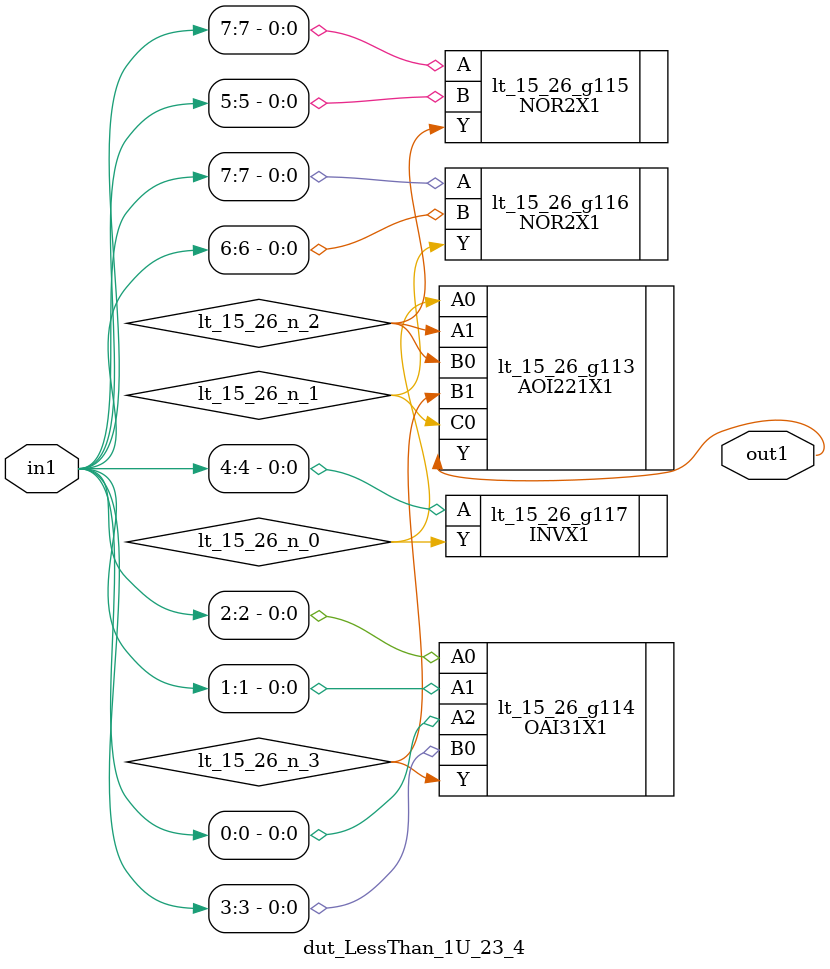
<source format=v>
`timescale 1ps / 1ps


module dut_LessThan_1U_23_4(in1, out1);
  input [7:0] in1;
  output out1;
  wire [7:0] in1;
  wire out1;
  wire lt_15_26_n_0, lt_15_26_n_1, lt_15_26_n_2, lt_15_26_n_3;
  AOI221X1 lt_15_26_g113(.A0 (lt_15_26_n_0), .A1 (lt_15_26_n_2), .B0
       (lt_15_26_n_2), .B1 (lt_15_26_n_3), .C0 (lt_15_26_n_1), .Y
       (out1));
  OAI31X1 lt_15_26_g114(.A0 (in1[2]), .A1 (in1[1]), .A2 (in1[0]), .B0
       (in1[3]), .Y (lt_15_26_n_3));
  NOR2X1 lt_15_26_g115(.A (in1[7]), .B (in1[5]), .Y (lt_15_26_n_2));
  NOR2X1 lt_15_26_g116(.A (in1[7]), .B (in1[6]), .Y (lt_15_26_n_1));
  INVX1 lt_15_26_g117(.A (in1[4]), .Y (lt_15_26_n_0));
endmodule



</source>
